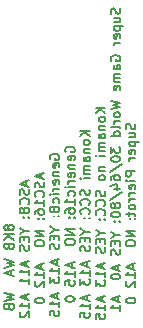
<source format=gbr>
%TF.GenerationSoftware,KiCad,Pcbnew,(6.0.2-0)*%
%TF.CreationDate,2022-04-21T10:57:23-07:00*%
%TF.ProjectId,megarom,6d656761-726f-46d2-9e6b-696361645f70,rev?*%
%TF.SameCoordinates,Original*%
%TF.FileFunction,Legend,Bot*%
%TF.FilePolarity,Positive*%
%FSLAX46Y46*%
G04 Gerber Fmt 4.6, Leading zero omitted, Abs format (unit mm)*
G04 Created by KiCad (PCBNEW (6.0.2-0)) date 2022-04-21 10:57:23*
%MOMM*%
%LPD*%
G01*
G04 APERTURE LIST*
%ADD10C,0.150000*%
G04 APERTURE END LIST*
D10*
X152181961Y-83470038D02*
X152143866Y-83393847D01*
X152105771Y-83355752D01*
X152029580Y-83317657D01*
X151991485Y-83317657D01*
X151915295Y-83355752D01*
X151877200Y-83393847D01*
X151839104Y-83470038D01*
X151839104Y-83622419D01*
X151877200Y-83698609D01*
X151915295Y-83736704D01*
X151991485Y-83774800D01*
X152029580Y-83774800D01*
X152105771Y-83736704D01*
X152143866Y-83698609D01*
X152181961Y-83622419D01*
X152181961Y-83470038D01*
X152220057Y-83393847D01*
X152258152Y-83355752D01*
X152334342Y-83317657D01*
X152486723Y-83317657D01*
X152562914Y-83355752D01*
X152601009Y-83393847D01*
X152639104Y-83470038D01*
X152639104Y-83622419D01*
X152601009Y-83698609D01*
X152562914Y-83736704D01*
X152486723Y-83774800D01*
X152334342Y-83774800D01*
X152258152Y-83736704D01*
X152220057Y-83698609D01*
X152181961Y-83622419D01*
X152639104Y-84117657D02*
X151839104Y-84117657D01*
X152639104Y-84574800D02*
X152181961Y-84231942D01*
X151839104Y-84574800D02*
X152296247Y-84117657D01*
X152220057Y-85184323D02*
X152258152Y-85298609D01*
X152296247Y-85336704D01*
X152372438Y-85374800D01*
X152486723Y-85374800D01*
X152562914Y-85336704D01*
X152601009Y-85298609D01*
X152639104Y-85222419D01*
X152639104Y-84917657D01*
X151839104Y-84917657D01*
X151839104Y-85184323D01*
X151877200Y-85260514D01*
X151915295Y-85298609D01*
X151991485Y-85336704D01*
X152067676Y-85336704D01*
X152143866Y-85298609D01*
X152181961Y-85260514D01*
X152220057Y-85184323D01*
X152220057Y-84917657D01*
X151839104Y-86250990D02*
X152639104Y-86441466D01*
X152067676Y-86593847D01*
X152639104Y-86746228D01*
X151839104Y-86936704D01*
X152410533Y-87203371D02*
X152410533Y-87584323D01*
X152639104Y-87127180D02*
X151839104Y-87393847D01*
X152639104Y-87660514D01*
X151839104Y-89070038D02*
X152639104Y-89260514D01*
X152067676Y-89412895D01*
X152639104Y-89565276D01*
X151839104Y-89755752D01*
X152220057Y-90327180D02*
X152258152Y-90441466D01*
X152296247Y-90479561D01*
X152372438Y-90517657D01*
X152486723Y-90517657D01*
X152562914Y-90479561D01*
X152601009Y-90441466D01*
X152639104Y-90365276D01*
X152639104Y-90060514D01*
X151839104Y-90060514D01*
X151839104Y-90327180D01*
X151877200Y-90403371D01*
X151915295Y-90441466D01*
X151991485Y-90479561D01*
X152067676Y-90479561D01*
X152143866Y-90441466D01*
X152181961Y-90403371D01*
X152220057Y-90327180D01*
X152220057Y-90060514D01*
X153698533Y-79641466D02*
X153698533Y-80022419D01*
X153927104Y-79565276D02*
X153127104Y-79831942D01*
X153927104Y-80098609D01*
X153889009Y-80327180D02*
X153927104Y-80441466D01*
X153927104Y-80631942D01*
X153889009Y-80708133D01*
X153850914Y-80746228D01*
X153774723Y-80784323D01*
X153698533Y-80784323D01*
X153622342Y-80746228D01*
X153584247Y-80708133D01*
X153546152Y-80631942D01*
X153508057Y-80479561D01*
X153469961Y-80403371D01*
X153431866Y-80365276D01*
X153355676Y-80327180D01*
X153279485Y-80327180D01*
X153203295Y-80365276D01*
X153165200Y-80403371D01*
X153127104Y-80479561D01*
X153127104Y-80670038D01*
X153165200Y-80784323D01*
X153850914Y-81584323D02*
X153889009Y-81546228D01*
X153927104Y-81431942D01*
X153927104Y-81355752D01*
X153889009Y-81241466D01*
X153812819Y-81165276D01*
X153736628Y-81127180D01*
X153584247Y-81089085D01*
X153469961Y-81089085D01*
X153317580Y-81127180D01*
X153241390Y-81165276D01*
X153165200Y-81241466D01*
X153127104Y-81355752D01*
X153127104Y-81431942D01*
X153165200Y-81546228D01*
X153203295Y-81584323D01*
X153469961Y-82041466D02*
X153431866Y-81965276D01*
X153393771Y-81927180D01*
X153317580Y-81889085D01*
X153279485Y-81889085D01*
X153203295Y-81927180D01*
X153165200Y-81965276D01*
X153127104Y-82041466D01*
X153127104Y-82193847D01*
X153165200Y-82270038D01*
X153203295Y-82308133D01*
X153279485Y-82346228D01*
X153317580Y-82346228D01*
X153393771Y-82308133D01*
X153431866Y-82270038D01*
X153469961Y-82193847D01*
X153469961Y-82041466D01*
X153508057Y-81965276D01*
X153546152Y-81927180D01*
X153622342Y-81889085D01*
X153774723Y-81889085D01*
X153850914Y-81927180D01*
X153889009Y-81965276D01*
X153927104Y-82041466D01*
X153927104Y-82193847D01*
X153889009Y-82270038D01*
X153850914Y-82308133D01*
X153774723Y-82346228D01*
X153622342Y-82346228D01*
X153546152Y-82308133D01*
X153508057Y-82270038D01*
X153469961Y-82193847D01*
X153850914Y-82689085D02*
X153889009Y-82727180D01*
X153927104Y-82689085D01*
X153889009Y-82650990D01*
X153850914Y-82689085D01*
X153927104Y-82689085D01*
X153431866Y-82689085D02*
X153469961Y-82727180D01*
X153508057Y-82689085D01*
X153469961Y-82650990D01*
X153431866Y-82689085D01*
X153508057Y-82689085D01*
X153546152Y-83831942D02*
X153927104Y-83831942D01*
X153127104Y-83565276D02*
X153546152Y-83831942D01*
X153127104Y-84098609D01*
X153508057Y-84365276D02*
X153508057Y-84631942D01*
X153927104Y-84746228D02*
X153927104Y-84365276D01*
X153127104Y-84365276D01*
X153127104Y-84746228D01*
X153889009Y-85050990D02*
X153927104Y-85165276D01*
X153927104Y-85355752D01*
X153889009Y-85431942D01*
X153850914Y-85470038D01*
X153774723Y-85508133D01*
X153698533Y-85508133D01*
X153622342Y-85470038D01*
X153584247Y-85431942D01*
X153546152Y-85355752D01*
X153508057Y-85203371D01*
X153469961Y-85127180D01*
X153431866Y-85089085D01*
X153355676Y-85050990D01*
X153279485Y-85050990D01*
X153203295Y-85089085D01*
X153165200Y-85127180D01*
X153127104Y-85203371D01*
X153127104Y-85393847D01*
X153165200Y-85508133D01*
X153698533Y-86422419D02*
X153698533Y-86803371D01*
X153927104Y-86346228D02*
X153127104Y-86612895D01*
X153927104Y-86879561D01*
X153927104Y-87565276D02*
X153927104Y-87108133D01*
X153927104Y-87336704D02*
X153127104Y-87336704D01*
X153241390Y-87260514D01*
X153317580Y-87184323D01*
X153355676Y-87108133D01*
X153927104Y-88327180D02*
X153927104Y-87870038D01*
X153927104Y-88098609D02*
X153127104Y-88098609D01*
X153241390Y-88022419D01*
X153317580Y-87946228D01*
X153355676Y-87870038D01*
X153698533Y-89241466D02*
X153698533Y-89622419D01*
X153927104Y-89165276D02*
X153127104Y-89431942D01*
X153927104Y-89698609D01*
X153927104Y-90384323D02*
X153927104Y-89927180D01*
X153927104Y-90155752D02*
X153127104Y-90155752D01*
X153241390Y-90079561D01*
X153317580Y-90003371D01*
X153355676Y-89927180D01*
X153203295Y-90689085D02*
X153165200Y-90727180D01*
X153127104Y-90803371D01*
X153127104Y-90993847D01*
X153165200Y-91070038D01*
X153203295Y-91108133D01*
X153279485Y-91146228D01*
X153355676Y-91146228D01*
X153469961Y-91108133D01*
X153927104Y-90650990D01*
X153927104Y-91146228D01*
X154986533Y-79012895D02*
X154986533Y-79393847D01*
X155215104Y-78936704D02*
X154415104Y-79203371D01*
X155215104Y-79470038D01*
X155177009Y-79698609D02*
X155215104Y-79812895D01*
X155215104Y-80003371D01*
X155177009Y-80079561D01*
X155138914Y-80117657D01*
X155062723Y-80155752D01*
X154986533Y-80155752D01*
X154910342Y-80117657D01*
X154872247Y-80079561D01*
X154834152Y-80003371D01*
X154796057Y-79850990D01*
X154757961Y-79774800D01*
X154719866Y-79736704D01*
X154643676Y-79698609D01*
X154567485Y-79698609D01*
X154491295Y-79736704D01*
X154453200Y-79774800D01*
X154415104Y-79850990D01*
X154415104Y-80041466D01*
X154453200Y-80155752D01*
X155138914Y-80955752D02*
X155177009Y-80917657D01*
X155215104Y-80803371D01*
X155215104Y-80727180D01*
X155177009Y-80612895D01*
X155100819Y-80536704D01*
X155024628Y-80498609D01*
X154872247Y-80460514D01*
X154757961Y-80460514D01*
X154605580Y-80498609D01*
X154529390Y-80536704D01*
X154453200Y-80612895D01*
X154415104Y-80727180D01*
X154415104Y-80803371D01*
X154453200Y-80917657D01*
X154491295Y-80955752D01*
X155215104Y-81717657D02*
X155215104Y-81260514D01*
X155215104Y-81489085D02*
X154415104Y-81489085D01*
X154529390Y-81412895D01*
X154605580Y-81336704D01*
X154643676Y-81260514D01*
X154415104Y-82403371D02*
X154415104Y-82250990D01*
X154453200Y-82174800D01*
X154491295Y-82136704D01*
X154605580Y-82060514D01*
X154757961Y-82022419D01*
X155062723Y-82022419D01*
X155138914Y-82060514D01*
X155177009Y-82098609D01*
X155215104Y-82174800D01*
X155215104Y-82327180D01*
X155177009Y-82403371D01*
X155138914Y-82441466D01*
X155062723Y-82479561D01*
X154872247Y-82479561D01*
X154796057Y-82441466D01*
X154757961Y-82403371D01*
X154719866Y-82327180D01*
X154719866Y-82174800D01*
X154757961Y-82098609D01*
X154796057Y-82060514D01*
X154872247Y-82022419D01*
X155138914Y-82822419D02*
X155177009Y-82860514D01*
X155215104Y-82822419D01*
X155177009Y-82784323D01*
X155138914Y-82822419D01*
X155215104Y-82822419D01*
X154719866Y-82822419D02*
X154757961Y-82860514D01*
X154796057Y-82822419D01*
X154757961Y-82784323D01*
X154719866Y-82822419D01*
X154796057Y-82822419D01*
X155215104Y-83812895D02*
X154415104Y-83812895D01*
X155215104Y-84270038D01*
X154415104Y-84270038D01*
X154415104Y-84803371D02*
X154415104Y-84955752D01*
X154453200Y-85031942D01*
X154529390Y-85108133D01*
X154681771Y-85146228D01*
X154948438Y-85146228D01*
X155100819Y-85108133D01*
X155177009Y-85031942D01*
X155215104Y-84955752D01*
X155215104Y-84803371D01*
X155177009Y-84727180D01*
X155100819Y-84650990D01*
X154948438Y-84612895D01*
X154681771Y-84612895D01*
X154529390Y-84650990D01*
X154453200Y-84727180D01*
X154415104Y-84803371D01*
X154986533Y-86670038D02*
X154986533Y-87050990D01*
X155215104Y-86593847D02*
X154415104Y-86860514D01*
X155215104Y-87127180D01*
X155215104Y-87812895D02*
X155215104Y-87355752D01*
X155215104Y-87584323D02*
X154415104Y-87584323D01*
X154529390Y-87508133D01*
X154605580Y-87431942D01*
X154643676Y-87355752D01*
X154491295Y-88117657D02*
X154453200Y-88155752D01*
X154415104Y-88231942D01*
X154415104Y-88422419D01*
X154453200Y-88498609D01*
X154491295Y-88536704D01*
X154567485Y-88574800D01*
X154643676Y-88574800D01*
X154757961Y-88536704D01*
X155215104Y-88079561D01*
X155215104Y-88574800D01*
X154415104Y-89679561D02*
X154415104Y-89755752D01*
X154453200Y-89831942D01*
X154491295Y-89870038D01*
X154567485Y-89908133D01*
X154719866Y-89946228D01*
X154910342Y-89946228D01*
X155062723Y-89908133D01*
X155138914Y-89870038D01*
X155177009Y-89831942D01*
X155215104Y-89755752D01*
X155215104Y-89679561D01*
X155177009Y-89603371D01*
X155138914Y-89565276D01*
X155062723Y-89527180D01*
X154910342Y-89489085D01*
X154719866Y-89489085D01*
X154567485Y-89527180D01*
X154491295Y-89565276D01*
X154453200Y-89603371D01*
X154415104Y-89679561D01*
X155741200Y-77774800D02*
X155703104Y-77698609D01*
X155703104Y-77584323D01*
X155741200Y-77470038D01*
X155817390Y-77393847D01*
X155893580Y-77355752D01*
X156045961Y-77317657D01*
X156160247Y-77317657D01*
X156312628Y-77355752D01*
X156388819Y-77393847D01*
X156465009Y-77470038D01*
X156503104Y-77584323D01*
X156503104Y-77660514D01*
X156465009Y-77774800D01*
X156426914Y-77812895D01*
X156160247Y-77812895D01*
X156160247Y-77660514D01*
X156465009Y-78460514D02*
X156503104Y-78384323D01*
X156503104Y-78231942D01*
X156465009Y-78155752D01*
X156388819Y-78117657D01*
X156084057Y-78117657D01*
X156007866Y-78155752D01*
X155969771Y-78231942D01*
X155969771Y-78384323D01*
X156007866Y-78460514D01*
X156084057Y-78498609D01*
X156160247Y-78498609D01*
X156236438Y-78117657D01*
X155969771Y-78841466D02*
X156503104Y-78841466D01*
X156045961Y-78841466D02*
X156007866Y-78879561D01*
X155969771Y-78955752D01*
X155969771Y-79070038D01*
X156007866Y-79146228D01*
X156084057Y-79184323D01*
X156503104Y-79184323D01*
X156465009Y-79870038D02*
X156503104Y-79793847D01*
X156503104Y-79641466D01*
X156465009Y-79565276D01*
X156388819Y-79527180D01*
X156084057Y-79527180D01*
X156007866Y-79565276D01*
X155969771Y-79641466D01*
X155969771Y-79793847D01*
X156007866Y-79870038D01*
X156084057Y-79908133D01*
X156160247Y-79908133D01*
X156236438Y-79527180D01*
X156503104Y-80250990D02*
X155969771Y-80250990D01*
X156122152Y-80250990D02*
X156045961Y-80289085D01*
X156007866Y-80327180D01*
X155969771Y-80403371D01*
X155969771Y-80479561D01*
X156503104Y-80746228D02*
X155969771Y-80746228D01*
X155703104Y-80746228D02*
X155741200Y-80708133D01*
X155779295Y-80746228D01*
X155741200Y-80784323D01*
X155703104Y-80746228D01*
X155779295Y-80746228D01*
X156465009Y-81470038D02*
X156503104Y-81393847D01*
X156503104Y-81241466D01*
X156465009Y-81165276D01*
X156426914Y-81127180D01*
X156350723Y-81089085D01*
X156122152Y-81089085D01*
X156045961Y-81127180D01*
X156007866Y-81165276D01*
X155969771Y-81241466D01*
X155969771Y-81393847D01*
X156007866Y-81470038D01*
X156045961Y-81927180D02*
X156007866Y-81850990D01*
X155969771Y-81812895D01*
X155893580Y-81774800D01*
X155855485Y-81774800D01*
X155779295Y-81812895D01*
X155741200Y-81850990D01*
X155703104Y-81927180D01*
X155703104Y-82079561D01*
X155741200Y-82155752D01*
X155779295Y-82193847D01*
X155855485Y-82231942D01*
X155893580Y-82231942D01*
X155969771Y-82193847D01*
X156007866Y-82155752D01*
X156045961Y-82079561D01*
X156045961Y-81927180D01*
X156084057Y-81850990D01*
X156122152Y-81812895D01*
X156198342Y-81774800D01*
X156350723Y-81774800D01*
X156426914Y-81812895D01*
X156465009Y-81850990D01*
X156503104Y-81927180D01*
X156503104Y-82079561D01*
X156465009Y-82155752D01*
X156426914Y-82193847D01*
X156350723Y-82231942D01*
X156198342Y-82231942D01*
X156122152Y-82193847D01*
X156084057Y-82155752D01*
X156045961Y-82079561D01*
X156426914Y-82574800D02*
X156465009Y-82612895D01*
X156503104Y-82574800D01*
X156465009Y-82536704D01*
X156426914Y-82574800D01*
X156503104Y-82574800D01*
X156007866Y-82574800D02*
X156045961Y-82612895D01*
X156084057Y-82574800D01*
X156045961Y-82536704D01*
X156007866Y-82574800D01*
X156084057Y-82574800D01*
X156122152Y-83717657D02*
X156503104Y-83717657D01*
X155703104Y-83450990D02*
X156122152Y-83717657D01*
X155703104Y-83984323D01*
X156084057Y-84250990D02*
X156084057Y-84517657D01*
X156503104Y-84631942D02*
X156503104Y-84250990D01*
X155703104Y-84250990D01*
X155703104Y-84631942D01*
X156465009Y-84936704D02*
X156503104Y-85050990D01*
X156503104Y-85241466D01*
X156465009Y-85317657D01*
X156426914Y-85355752D01*
X156350723Y-85393847D01*
X156274533Y-85393847D01*
X156198342Y-85355752D01*
X156160247Y-85317657D01*
X156122152Y-85241466D01*
X156084057Y-85089085D01*
X156045961Y-85012895D01*
X156007866Y-84974800D01*
X155931676Y-84936704D01*
X155855485Y-84936704D01*
X155779295Y-84974800D01*
X155741200Y-85012895D01*
X155703104Y-85089085D01*
X155703104Y-85279561D01*
X155741200Y-85393847D01*
X156274533Y-86308133D02*
X156274533Y-86689085D01*
X156503104Y-86231942D02*
X155703104Y-86498609D01*
X156503104Y-86765276D01*
X156503104Y-87450990D02*
X156503104Y-86993847D01*
X156503104Y-87222419D02*
X155703104Y-87222419D01*
X155817390Y-87146228D01*
X155893580Y-87070038D01*
X155931676Y-86993847D01*
X155703104Y-87717657D02*
X155703104Y-88212895D01*
X156007866Y-87946228D01*
X156007866Y-88060514D01*
X156045961Y-88136704D01*
X156084057Y-88174800D01*
X156160247Y-88212895D01*
X156350723Y-88212895D01*
X156426914Y-88174800D01*
X156465009Y-88136704D01*
X156503104Y-88060514D01*
X156503104Y-87831942D01*
X156465009Y-87755752D01*
X156426914Y-87717657D01*
X156274533Y-89127180D02*
X156274533Y-89508133D01*
X156503104Y-89050990D02*
X155703104Y-89317657D01*
X156503104Y-89584323D01*
X156503104Y-90270038D02*
X156503104Y-89812895D01*
X156503104Y-90041466D02*
X155703104Y-90041466D01*
X155817390Y-89965276D01*
X155893580Y-89889085D01*
X155931676Y-89812895D01*
X155703104Y-90993847D02*
X155703104Y-90612895D01*
X156084057Y-90574800D01*
X156045961Y-90612895D01*
X156007866Y-90689085D01*
X156007866Y-90879561D01*
X156045961Y-90955752D01*
X156084057Y-90993847D01*
X156160247Y-91031942D01*
X156350723Y-91031942D01*
X156426914Y-90993847D01*
X156465009Y-90955752D01*
X156503104Y-90879561D01*
X156503104Y-90689085D01*
X156465009Y-90612895D01*
X156426914Y-90574800D01*
X157029200Y-77146228D02*
X156991104Y-77070038D01*
X156991104Y-76955752D01*
X157029200Y-76841466D01*
X157105390Y-76765276D01*
X157181580Y-76727180D01*
X157333961Y-76689085D01*
X157448247Y-76689085D01*
X157600628Y-76727180D01*
X157676819Y-76765276D01*
X157753009Y-76841466D01*
X157791104Y-76955752D01*
X157791104Y-77031942D01*
X157753009Y-77146228D01*
X157714914Y-77184323D01*
X157448247Y-77184323D01*
X157448247Y-77031942D01*
X157753009Y-77831942D02*
X157791104Y-77755752D01*
X157791104Y-77603371D01*
X157753009Y-77527180D01*
X157676819Y-77489085D01*
X157372057Y-77489085D01*
X157295866Y-77527180D01*
X157257771Y-77603371D01*
X157257771Y-77755752D01*
X157295866Y-77831942D01*
X157372057Y-77870038D01*
X157448247Y-77870038D01*
X157524438Y-77489085D01*
X157257771Y-78212895D02*
X157791104Y-78212895D01*
X157333961Y-78212895D02*
X157295866Y-78250990D01*
X157257771Y-78327180D01*
X157257771Y-78441466D01*
X157295866Y-78517657D01*
X157372057Y-78555752D01*
X157791104Y-78555752D01*
X157753009Y-79241466D02*
X157791104Y-79165276D01*
X157791104Y-79012895D01*
X157753009Y-78936704D01*
X157676819Y-78898609D01*
X157372057Y-78898609D01*
X157295866Y-78936704D01*
X157257771Y-79012895D01*
X157257771Y-79165276D01*
X157295866Y-79241466D01*
X157372057Y-79279561D01*
X157448247Y-79279561D01*
X157524438Y-78898609D01*
X157791104Y-79622419D02*
X157257771Y-79622419D01*
X157410152Y-79622419D02*
X157333961Y-79660514D01*
X157295866Y-79698609D01*
X157257771Y-79774800D01*
X157257771Y-79850990D01*
X157791104Y-80117657D02*
X157257771Y-80117657D01*
X156991104Y-80117657D02*
X157029200Y-80079561D01*
X157067295Y-80117657D01*
X157029200Y-80155752D01*
X156991104Y-80117657D01*
X157067295Y-80117657D01*
X157753009Y-80841466D02*
X157791104Y-80765276D01*
X157791104Y-80612895D01*
X157753009Y-80536704D01*
X157714914Y-80498609D01*
X157638723Y-80460514D01*
X157410152Y-80460514D01*
X157333961Y-80498609D01*
X157295866Y-80536704D01*
X157257771Y-80612895D01*
X157257771Y-80765276D01*
X157295866Y-80841466D01*
X157791104Y-81603371D02*
X157791104Y-81146228D01*
X157791104Y-81374800D02*
X156991104Y-81374800D01*
X157105390Y-81298609D01*
X157181580Y-81222419D01*
X157219676Y-81146228D01*
X156991104Y-82289085D02*
X156991104Y-82136704D01*
X157029200Y-82060514D01*
X157067295Y-82022419D01*
X157181580Y-81946228D01*
X157333961Y-81908133D01*
X157638723Y-81908133D01*
X157714914Y-81946228D01*
X157753009Y-81984323D01*
X157791104Y-82060514D01*
X157791104Y-82212895D01*
X157753009Y-82289085D01*
X157714914Y-82327180D01*
X157638723Y-82365276D01*
X157448247Y-82365276D01*
X157372057Y-82327180D01*
X157333961Y-82289085D01*
X157295866Y-82212895D01*
X157295866Y-82060514D01*
X157333961Y-81984323D01*
X157372057Y-81946228D01*
X157448247Y-81908133D01*
X157714914Y-82708133D02*
X157753009Y-82746228D01*
X157791104Y-82708133D01*
X157753009Y-82670038D01*
X157714914Y-82708133D01*
X157791104Y-82708133D01*
X157295866Y-82708133D02*
X157333961Y-82746228D01*
X157372057Y-82708133D01*
X157333961Y-82670038D01*
X157295866Y-82708133D01*
X157372057Y-82708133D01*
X157791104Y-83698609D02*
X156991104Y-83698609D01*
X157791104Y-84155752D01*
X156991104Y-84155752D01*
X156991104Y-84689085D02*
X156991104Y-84841466D01*
X157029200Y-84917657D01*
X157105390Y-84993847D01*
X157257771Y-85031942D01*
X157524438Y-85031942D01*
X157676819Y-84993847D01*
X157753009Y-84917657D01*
X157791104Y-84841466D01*
X157791104Y-84689085D01*
X157753009Y-84612895D01*
X157676819Y-84536704D01*
X157524438Y-84498609D01*
X157257771Y-84498609D01*
X157105390Y-84536704D01*
X157029200Y-84612895D01*
X156991104Y-84689085D01*
X157562533Y-86555752D02*
X157562533Y-86936704D01*
X157791104Y-86479561D02*
X156991104Y-86746228D01*
X157791104Y-87012895D01*
X157791104Y-87698609D02*
X157791104Y-87241466D01*
X157791104Y-87470038D02*
X156991104Y-87470038D01*
X157105390Y-87393847D01*
X157181580Y-87317657D01*
X157219676Y-87241466D01*
X156991104Y-88422419D02*
X156991104Y-88041466D01*
X157372057Y-88003371D01*
X157333961Y-88041466D01*
X157295866Y-88117657D01*
X157295866Y-88308133D01*
X157333961Y-88384323D01*
X157372057Y-88422419D01*
X157448247Y-88460514D01*
X157638723Y-88460514D01*
X157714914Y-88422419D01*
X157753009Y-88384323D01*
X157791104Y-88308133D01*
X157791104Y-88117657D01*
X157753009Y-88041466D01*
X157714914Y-88003371D01*
X156991104Y-89565276D02*
X156991104Y-89641466D01*
X157029200Y-89717657D01*
X157067295Y-89755752D01*
X157143485Y-89793847D01*
X157295866Y-89831942D01*
X157486342Y-89831942D01*
X157638723Y-89793847D01*
X157714914Y-89755752D01*
X157753009Y-89717657D01*
X157791104Y-89641466D01*
X157791104Y-89565276D01*
X157753009Y-89489085D01*
X157714914Y-89450990D01*
X157638723Y-89412895D01*
X157486342Y-89374800D01*
X157295866Y-89374800D01*
X157143485Y-89412895D01*
X157067295Y-89450990D01*
X157029200Y-89489085D01*
X156991104Y-89565276D01*
X159079104Y-75355752D02*
X158279104Y-75355752D01*
X159079104Y-75812895D02*
X158621961Y-75470038D01*
X158279104Y-75812895D02*
X158736247Y-75355752D01*
X159079104Y-76270038D02*
X159041009Y-76193847D01*
X159002914Y-76155752D01*
X158926723Y-76117657D01*
X158698152Y-76117657D01*
X158621961Y-76155752D01*
X158583866Y-76193847D01*
X158545771Y-76270038D01*
X158545771Y-76384323D01*
X158583866Y-76460514D01*
X158621961Y-76498609D01*
X158698152Y-76536704D01*
X158926723Y-76536704D01*
X159002914Y-76498609D01*
X159041009Y-76460514D01*
X159079104Y-76384323D01*
X159079104Y-76270038D01*
X158545771Y-76879561D02*
X159079104Y-76879561D01*
X158621961Y-76879561D02*
X158583866Y-76917657D01*
X158545771Y-76993847D01*
X158545771Y-77108133D01*
X158583866Y-77184323D01*
X158660057Y-77222419D01*
X159079104Y-77222419D01*
X159079104Y-77946228D02*
X158660057Y-77946228D01*
X158583866Y-77908133D01*
X158545771Y-77831942D01*
X158545771Y-77679561D01*
X158583866Y-77603371D01*
X159041009Y-77946228D02*
X159079104Y-77870038D01*
X159079104Y-77679561D01*
X159041009Y-77603371D01*
X158964819Y-77565276D01*
X158888628Y-77565276D01*
X158812438Y-77603371D01*
X158774342Y-77679561D01*
X158774342Y-77870038D01*
X158736247Y-77946228D01*
X159079104Y-78327180D02*
X158545771Y-78327180D01*
X158621961Y-78327180D02*
X158583866Y-78365276D01*
X158545771Y-78441466D01*
X158545771Y-78555752D01*
X158583866Y-78631942D01*
X158660057Y-78670038D01*
X159079104Y-78670038D01*
X158660057Y-78670038D02*
X158583866Y-78708133D01*
X158545771Y-78784323D01*
X158545771Y-78898609D01*
X158583866Y-78974800D01*
X158660057Y-79012895D01*
X159079104Y-79012895D01*
X159079104Y-79393847D02*
X158545771Y-79393847D01*
X158279104Y-79393847D02*
X158317200Y-79355752D01*
X158355295Y-79393847D01*
X158317200Y-79431942D01*
X158279104Y-79393847D01*
X158355295Y-79393847D01*
X159041009Y-80346228D02*
X159079104Y-80460514D01*
X159079104Y-80650990D01*
X159041009Y-80727180D01*
X159002914Y-80765276D01*
X158926723Y-80803371D01*
X158850533Y-80803371D01*
X158774342Y-80765276D01*
X158736247Y-80727180D01*
X158698152Y-80650990D01*
X158660057Y-80498609D01*
X158621961Y-80422419D01*
X158583866Y-80384323D01*
X158507676Y-80346228D01*
X158431485Y-80346228D01*
X158355295Y-80384323D01*
X158317200Y-80422419D01*
X158279104Y-80498609D01*
X158279104Y-80689085D01*
X158317200Y-80803371D01*
X159002914Y-81603371D02*
X159041009Y-81565276D01*
X159079104Y-81450990D01*
X159079104Y-81374800D01*
X159041009Y-81260514D01*
X158964819Y-81184323D01*
X158888628Y-81146228D01*
X158736247Y-81108133D01*
X158621961Y-81108133D01*
X158469580Y-81146228D01*
X158393390Y-81184323D01*
X158317200Y-81260514D01*
X158279104Y-81374800D01*
X158279104Y-81450990D01*
X158317200Y-81565276D01*
X158355295Y-81603371D01*
X159002914Y-82403371D02*
X159041009Y-82365276D01*
X159079104Y-82250990D01*
X159079104Y-82174800D01*
X159041009Y-82060514D01*
X158964819Y-81984323D01*
X158888628Y-81946228D01*
X158736247Y-81908133D01*
X158621961Y-81908133D01*
X158469580Y-81946228D01*
X158393390Y-81984323D01*
X158317200Y-82060514D01*
X158279104Y-82174800D01*
X158279104Y-82250990D01*
X158317200Y-82365276D01*
X158355295Y-82403371D01*
X159002914Y-82746228D02*
X159041009Y-82784323D01*
X159079104Y-82746228D01*
X159041009Y-82708133D01*
X159002914Y-82746228D01*
X159079104Y-82746228D01*
X158583866Y-82746228D02*
X158621961Y-82784323D01*
X158660057Y-82746228D01*
X158621961Y-82708133D01*
X158583866Y-82746228D01*
X158660057Y-82746228D01*
X158698152Y-83889085D02*
X159079104Y-83889085D01*
X158279104Y-83622419D02*
X158698152Y-83889085D01*
X158279104Y-84155752D01*
X158660057Y-84422419D02*
X158660057Y-84689085D01*
X159079104Y-84803371D02*
X159079104Y-84422419D01*
X158279104Y-84422419D01*
X158279104Y-84803371D01*
X159041009Y-85108133D02*
X159079104Y-85222419D01*
X159079104Y-85412895D01*
X159041009Y-85489085D01*
X159002914Y-85527180D01*
X158926723Y-85565276D01*
X158850533Y-85565276D01*
X158774342Y-85527180D01*
X158736247Y-85489085D01*
X158698152Y-85412895D01*
X158660057Y-85260514D01*
X158621961Y-85184323D01*
X158583866Y-85146228D01*
X158507676Y-85108133D01*
X158431485Y-85108133D01*
X158355295Y-85146228D01*
X158317200Y-85184323D01*
X158279104Y-85260514D01*
X158279104Y-85450990D01*
X158317200Y-85565276D01*
X158850533Y-86479561D02*
X158850533Y-86860514D01*
X159079104Y-86403371D02*
X158279104Y-86670038D01*
X159079104Y-86936704D01*
X159079104Y-87622419D02*
X159079104Y-87165276D01*
X159079104Y-87393847D02*
X158279104Y-87393847D01*
X158393390Y-87317657D01*
X158469580Y-87241466D01*
X158507676Y-87165276D01*
X158279104Y-87889085D02*
X158279104Y-88384323D01*
X158583866Y-88117657D01*
X158583866Y-88231942D01*
X158621961Y-88308133D01*
X158660057Y-88346228D01*
X158736247Y-88384323D01*
X158926723Y-88384323D01*
X159002914Y-88346228D01*
X159041009Y-88308133D01*
X159079104Y-88231942D01*
X159079104Y-88003371D01*
X159041009Y-87927180D01*
X159002914Y-87889085D01*
X158850533Y-89298609D02*
X158850533Y-89679561D01*
X159079104Y-89222419D02*
X158279104Y-89489085D01*
X159079104Y-89755752D01*
X159079104Y-90441466D02*
X159079104Y-89984323D01*
X159079104Y-90212895D02*
X158279104Y-90212895D01*
X158393390Y-90136704D01*
X158469580Y-90060514D01*
X158507676Y-89984323D01*
X158279104Y-91165276D02*
X158279104Y-90784323D01*
X158660057Y-90746228D01*
X158621961Y-90784323D01*
X158583866Y-90860514D01*
X158583866Y-91050990D01*
X158621961Y-91127180D01*
X158660057Y-91165276D01*
X158736247Y-91203371D01*
X158926723Y-91203371D01*
X159002914Y-91165276D01*
X159041009Y-91127180D01*
X159079104Y-91050990D01*
X159079104Y-90860514D01*
X159041009Y-90784323D01*
X159002914Y-90746228D01*
X160367104Y-73412895D02*
X159567104Y-73412895D01*
X160367104Y-73870038D02*
X159909961Y-73527180D01*
X159567104Y-73870038D02*
X160024247Y-73412895D01*
X160367104Y-74327180D02*
X160329009Y-74250990D01*
X160290914Y-74212895D01*
X160214723Y-74174800D01*
X159986152Y-74174800D01*
X159909961Y-74212895D01*
X159871866Y-74250990D01*
X159833771Y-74327180D01*
X159833771Y-74441466D01*
X159871866Y-74517657D01*
X159909961Y-74555752D01*
X159986152Y-74593847D01*
X160214723Y-74593847D01*
X160290914Y-74555752D01*
X160329009Y-74517657D01*
X160367104Y-74441466D01*
X160367104Y-74327180D01*
X159833771Y-74936704D02*
X160367104Y-74936704D01*
X159909961Y-74936704D02*
X159871866Y-74974800D01*
X159833771Y-75050990D01*
X159833771Y-75165276D01*
X159871866Y-75241466D01*
X159948057Y-75279561D01*
X160367104Y-75279561D01*
X160367104Y-76003371D02*
X159948057Y-76003371D01*
X159871866Y-75965276D01*
X159833771Y-75889085D01*
X159833771Y-75736704D01*
X159871866Y-75660514D01*
X160329009Y-76003371D02*
X160367104Y-75927180D01*
X160367104Y-75736704D01*
X160329009Y-75660514D01*
X160252819Y-75622419D01*
X160176628Y-75622419D01*
X160100438Y-75660514D01*
X160062342Y-75736704D01*
X160062342Y-75927180D01*
X160024247Y-76003371D01*
X160367104Y-76384323D02*
X159833771Y-76384323D01*
X159909961Y-76384323D02*
X159871866Y-76422419D01*
X159833771Y-76498609D01*
X159833771Y-76612895D01*
X159871866Y-76689085D01*
X159948057Y-76727180D01*
X160367104Y-76727180D01*
X159948057Y-76727180D02*
X159871866Y-76765276D01*
X159833771Y-76841466D01*
X159833771Y-76955752D01*
X159871866Y-77031942D01*
X159948057Y-77070038D01*
X160367104Y-77070038D01*
X160367104Y-77450990D02*
X159833771Y-77450990D01*
X159567104Y-77450990D02*
X159605200Y-77412895D01*
X159643295Y-77450990D01*
X159605200Y-77489085D01*
X159567104Y-77450990D01*
X159643295Y-77450990D01*
X159833771Y-78441466D02*
X160367104Y-78441466D01*
X159909961Y-78441466D02*
X159871866Y-78479561D01*
X159833771Y-78555752D01*
X159833771Y-78670038D01*
X159871866Y-78746228D01*
X159948057Y-78784323D01*
X160367104Y-78784323D01*
X160367104Y-79279561D02*
X160329009Y-79203371D01*
X160290914Y-79165276D01*
X160214723Y-79127180D01*
X159986152Y-79127180D01*
X159909961Y-79165276D01*
X159871866Y-79203371D01*
X159833771Y-79279561D01*
X159833771Y-79393847D01*
X159871866Y-79470038D01*
X159909961Y-79508133D01*
X159986152Y-79546228D01*
X160214723Y-79546228D01*
X160290914Y-79508133D01*
X160329009Y-79470038D01*
X160367104Y-79393847D01*
X160367104Y-79279561D01*
X160329009Y-80460514D02*
X160367104Y-80574800D01*
X160367104Y-80765276D01*
X160329009Y-80841466D01*
X160290914Y-80879561D01*
X160214723Y-80917657D01*
X160138533Y-80917657D01*
X160062342Y-80879561D01*
X160024247Y-80841466D01*
X159986152Y-80765276D01*
X159948057Y-80612895D01*
X159909961Y-80536704D01*
X159871866Y-80498609D01*
X159795676Y-80460514D01*
X159719485Y-80460514D01*
X159643295Y-80498609D01*
X159605200Y-80536704D01*
X159567104Y-80612895D01*
X159567104Y-80803371D01*
X159605200Y-80917657D01*
X160290914Y-81717657D02*
X160329009Y-81679561D01*
X160367104Y-81565276D01*
X160367104Y-81489085D01*
X160329009Y-81374800D01*
X160252819Y-81298609D01*
X160176628Y-81260514D01*
X160024247Y-81222419D01*
X159909961Y-81222419D01*
X159757580Y-81260514D01*
X159681390Y-81298609D01*
X159605200Y-81374800D01*
X159567104Y-81489085D01*
X159567104Y-81565276D01*
X159605200Y-81679561D01*
X159643295Y-81717657D01*
X160290914Y-82517657D02*
X160329009Y-82479561D01*
X160367104Y-82365276D01*
X160367104Y-82289085D01*
X160329009Y-82174800D01*
X160252819Y-82098609D01*
X160176628Y-82060514D01*
X160024247Y-82022419D01*
X159909961Y-82022419D01*
X159757580Y-82060514D01*
X159681390Y-82098609D01*
X159605200Y-82174800D01*
X159567104Y-82289085D01*
X159567104Y-82365276D01*
X159605200Y-82479561D01*
X159643295Y-82517657D01*
X160290914Y-82860514D02*
X160329009Y-82898609D01*
X160367104Y-82860514D01*
X160329009Y-82822419D01*
X160290914Y-82860514D01*
X160367104Y-82860514D01*
X159871866Y-82860514D02*
X159909961Y-82898609D01*
X159948057Y-82860514D01*
X159909961Y-82822419D01*
X159871866Y-82860514D01*
X159948057Y-82860514D01*
X159986152Y-84003371D02*
X160367104Y-84003371D01*
X159567104Y-83736704D02*
X159986152Y-84003371D01*
X159567104Y-84270038D01*
X159948057Y-84536704D02*
X159948057Y-84803371D01*
X160367104Y-84917657D02*
X160367104Y-84536704D01*
X159567104Y-84536704D01*
X159567104Y-84917657D01*
X160329009Y-85222419D02*
X160367104Y-85336704D01*
X160367104Y-85527180D01*
X160329009Y-85603371D01*
X160290914Y-85641466D01*
X160214723Y-85679561D01*
X160138533Y-85679561D01*
X160062342Y-85641466D01*
X160024247Y-85603371D01*
X159986152Y-85527180D01*
X159948057Y-85374800D01*
X159909961Y-85298609D01*
X159871866Y-85260514D01*
X159795676Y-85222419D01*
X159719485Y-85222419D01*
X159643295Y-85260514D01*
X159605200Y-85298609D01*
X159567104Y-85374800D01*
X159567104Y-85565276D01*
X159605200Y-85679561D01*
X160138533Y-86593847D02*
X160138533Y-86974800D01*
X160367104Y-86517657D02*
X159567104Y-86784323D01*
X160367104Y-87050990D01*
X160367104Y-87736704D02*
X160367104Y-87279561D01*
X160367104Y-87508133D02*
X159567104Y-87508133D01*
X159681390Y-87431942D01*
X159757580Y-87355752D01*
X159795676Y-87279561D01*
X159567104Y-88003371D02*
X159567104Y-88498609D01*
X159871866Y-88231942D01*
X159871866Y-88346228D01*
X159909961Y-88422419D01*
X159948057Y-88460514D01*
X160024247Y-88498609D01*
X160214723Y-88498609D01*
X160290914Y-88460514D01*
X160329009Y-88422419D01*
X160367104Y-88346228D01*
X160367104Y-88117657D01*
X160329009Y-88041466D01*
X160290914Y-88003371D01*
X160138533Y-89412895D02*
X160138533Y-89793847D01*
X160367104Y-89336704D02*
X159567104Y-89603371D01*
X160367104Y-89870038D01*
X160367104Y-90555752D02*
X160367104Y-90098609D01*
X160367104Y-90327180D02*
X159567104Y-90327180D01*
X159681390Y-90250990D01*
X159757580Y-90174800D01*
X159795676Y-90098609D01*
X159567104Y-91279561D02*
X159567104Y-90898609D01*
X159948057Y-90860514D01*
X159909961Y-90898609D01*
X159871866Y-90974800D01*
X159871866Y-91165276D01*
X159909961Y-91241466D01*
X159948057Y-91279561D01*
X160024247Y-91317657D01*
X160214723Y-91317657D01*
X160290914Y-91279561D01*
X160329009Y-91241466D01*
X160367104Y-91165276D01*
X160367104Y-90974800D01*
X160329009Y-90898609D01*
X160290914Y-90860514D01*
X161617009Y-64974800D02*
X161655104Y-65089085D01*
X161655104Y-65279561D01*
X161617009Y-65355752D01*
X161578914Y-65393847D01*
X161502723Y-65431942D01*
X161426533Y-65431942D01*
X161350342Y-65393847D01*
X161312247Y-65355752D01*
X161274152Y-65279561D01*
X161236057Y-65127180D01*
X161197961Y-65050990D01*
X161159866Y-65012895D01*
X161083676Y-64974800D01*
X161007485Y-64974800D01*
X160931295Y-65012895D01*
X160893200Y-65050990D01*
X160855104Y-65127180D01*
X160855104Y-65317657D01*
X160893200Y-65431942D01*
X161121771Y-66117657D02*
X161655104Y-66117657D01*
X161121771Y-65774800D02*
X161540819Y-65774800D01*
X161617009Y-65812895D01*
X161655104Y-65889085D01*
X161655104Y-66003371D01*
X161617009Y-66079561D01*
X161578914Y-66117657D01*
X161121771Y-66498609D02*
X161921771Y-66498609D01*
X161159866Y-66498609D02*
X161121771Y-66574800D01*
X161121771Y-66727180D01*
X161159866Y-66803371D01*
X161197961Y-66841466D01*
X161274152Y-66879561D01*
X161502723Y-66879561D01*
X161578914Y-66841466D01*
X161617009Y-66803371D01*
X161655104Y-66727180D01*
X161655104Y-66574800D01*
X161617009Y-66498609D01*
X161617009Y-67527180D02*
X161655104Y-67450990D01*
X161655104Y-67298609D01*
X161617009Y-67222419D01*
X161540819Y-67184323D01*
X161236057Y-67184323D01*
X161159866Y-67222419D01*
X161121771Y-67298609D01*
X161121771Y-67450990D01*
X161159866Y-67527180D01*
X161236057Y-67565276D01*
X161312247Y-67565276D01*
X161388438Y-67184323D01*
X161655104Y-67908133D02*
X161121771Y-67908133D01*
X161274152Y-67908133D02*
X161197961Y-67946228D01*
X161159866Y-67984323D01*
X161121771Y-68060514D01*
X161121771Y-68136704D01*
X160893200Y-69431942D02*
X160855104Y-69355752D01*
X160855104Y-69241466D01*
X160893200Y-69127180D01*
X160969390Y-69050990D01*
X161045580Y-69012895D01*
X161197961Y-68974800D01*
X161312247Y-68974800D01*
X161464628Y-69012895D01*
X161540819Y-69050990D01*
X161617009Y-69127180D01*
X161655104Y-69241466D01*
X161655104Y-69317657D01*
X161617009Y-69431942D01*
X161578914Y-69470038D01*
X161312247Y-69470038D01*
X161312247Y-69317657D01*
X161655104Y-70155752D02*
X161236057Y-70155752D01*
X161159866Y-70117657D01*
X161121771Y-70041466D01*
X161121771Y-69889085D01*
X161159866Y-69812895D01*
X161617009Y-70155752D02*
X161655104Y-70079561D01*
X161655104Y-69889085D01*
X161617009Y-69812895D01*
X161540819Y-69774800D01*
X161464628Y-69774800D01*
X161388438Y-69812895D01*
X161350342Y-69889085D01*
X161350342Y-70079561D01*
X161312247Y-70155752D01*
X161655104Y-70536704D02*
X161121771Y-70536704D01*
X161197961Y-70536704D02*
X161159866Y-70574800D01*
X161121771Y-70650990D01*
X161121771Y-70765276D01*
X161159866Y-70841466D01*
X161236057Y-70879561D01*
X161655104Y-70879561D01*
X161236057Y-70879561D02*
X161159866Y-70917657D01*
X161121771Y-70993847D01*
X161121771Y-71108133D01*
X161159866Y-71184323D01*
X161236057Y-71222419D01*
X161655104Y-71222419D01*
X161617009Y-71908133D02*
X161655104Y-71831942D01*
X161655104Y-71679561D01*
X161617009Y-71603371D01*
X161540819Y-71565276D01*
X161236057Y-71565276D01*
X161159866Y-71603371D01*
X161121771Y-71679561D01*
X161121771Y-71831942D01*
X161159866Y-71908133D01*
X161236057Y-71946228D01*
X161312247Y-71946228D01*
X161388438Y-71565276D01*
X160855104Y-72822419D02*
X161655104Y-73012895D01*
X161083676Y-73165276D01*
X161655104Y-73317657D01*
X160855104Y-73508133D01*
X161655104Y-73927180D02*
X161617009Y-73850990D01*
X161578914Y-73812895D01*
X161502723Y-73774800D01*
X161274152Y-73774800D01*
X161197961Y-73812895D01*
X161159866Y-73850990D01*
X161121771Y-73927180D01*
X161121771Y-74041466D01*
X161159866Y-74117657D01*
X161197961Y-74155752D01*
X161274152Y-74193847D01*
X161502723Y-74193847D01*
X161578914Y-74155752D01*
X161617009Y-74117657D01*
X161655104Y-74041466D01*
X161655104Y-73927180D01*
X161655104Y-74536704D02*
X161121771Y-74536704D01*
X161274152Y-74536704D02*
X161197961Y-74574800D01*
X161159866Y-74612895D01*
X161121771Y-74689085D01*
X161121771Y-74765276D01*
X161655104Y-75146228D02*
X161617009Y-75070038D01*
X161540819Y-75031942D01*
X160855104Y-75031942D01*
X161655104Y-75793847D02*
X160855104Y-75793847D01*
X161617009Y-75793847D02*
X161655104Y-75717657D01*
X161655104Y-75565276D01*
X161617009Y-75489085D01*
X161578914Y-75450990D01*
X161502723Y-75412895D01*
X161274152Y-75412895D01*
X161197961Y-75450990D01*
X161159866Y-75489085D01*
X161121771Y-75565276D01*
X161121771Y-75717657D01*
X161159866Y-75793847D01*
X160855104Y-76708133D02*
X160855104Y-77203371D01*
X161159866Y-76936704D01*
X161159866Y-77050990D01*
X161197961Y-77127180D01*
X161236057Y-77165276D01*
X161312247Y-77203371D01*
X161502723Y-77203371D01*
X161578914Y-77165276D01*
X161617009Y-77127180D01*
X161655104Y-77050990D01*
X161655104Y-76822419D01*
X161617009Y-76746228D01*
X161578914Y-76708133D01*
X160855104Y-77698609D02*
X160855104Y-77774800D01*
X160893200Y-77850990D01*
X160931295Y-77889085D01*
X161007485Y-77927180D01*
X161159866Y-77965276D01*
X161350342Y-77965276D01*
X161502723Y-77927180D01*
X161578914Y-77889085D01*
X161617009Y-77850990D01*
X161655104Y-77774800D01*
X161655104Y-77698609D01*
X161617009Y-77622419D01*
X161578914Y-77584323D01*
X161502723Y-77546228D01*
X161350342Y-77508133D01*
X161159866Y-77508133D01*
X161007485Y-77546228D01*
X160931295Y-77584323D01*
X160893200Y-77622419D01*
X160855104Y-77698609D01*
X160817009Y-78879561D02*
X161845580Y-78193847D01*
X160855104Y-79489085D02*
X160855104Y-79336704D01*
X160893200Y-79260514D01*
X160931295Y-79222419D01*
X161045580Y-79146228D01*
X161197961Y-79108133D01*
X161502723Y-79108133D01*
X161578914Y-79146228D01*
X161617009Y-79184323D01*
X161655104Y-79260514D01*
X161655104Y-79412895D01*
X161617009Y-79489085D01*
X161578914Y-79527180D01*
X161502723Y-79565276D01*
X161312247Y-79565276D01*
X161236057Y-79527180D01*
X161197961Y-79489085D01*
X161159866Y-79412895D01*
X161159866Y-79260514D01*
X161197961Y-79184323D01*
X161236057Y-79146228D01*
X161312247Y-79108133D01*
X161121771Y-80250990D02*
X161655104Y-80250990D01*
X160817009Y-80060514D02*
X161388438Y-79870038D01*
X161388438Y-80365276D01*
X160817009Y-81241466D02*
X161845580Y-80555752D01*
X161197961Y-81622419D02*
X161159866Y-81546228D01*
X161121771Y-81508133D01*
X161045580Y-81470038D01*
X161007485Y-81470038D01*
X160931295Y-81508133D01*
X160893200Y-81546228D01*
X160855104Y-81622419D01*
X160855104Y-81774800D01*
X160893200Y-81850990D01*
X160931295Y-81889085D01*
X161007485Y-81927180D01*
X161045580Y-81927180D01*
X161121771Y-81889085D01*
X161159866Y-81850990D01*
X161197961Y-81774800D01*
X161197961Y-81622419D01*
X161236057Y-81546228D01*
X161274152Y-81508133D01*
X161350342Y-81470038D01*
X161502723Y-81470038D01*
X161578914Y-81508133D01*
X161617009Y-81546228D01*
X161655104Y-81622419D01*
X161655104Y-81774800D01*
X161617009Y-81850990D01*
X161578914Y-81889085D01*
X161502723Y-81927180D01*
X161350342Y-81927180D01*
X161274152Y-81889085D01*
X161236057Y-81850990D01*
X161197961Y-81774800D01*
X160855104Y-82422419D02*
X160855104Y-82498609D01*
X160893200Y-82574800D01*
X160931295Y-82612895D01*
X161007485Y-82650990D01*
X161159866Y-82689085D01*
X161350342Y-82689085D01*
X161502723Y-82650990D01*
X161578914Y-82612895D01*
X161617009Y-82574800D01*
X161655104Y-82498609D01*
X161655104Y-82422419D01*
X161617009Y-82346228D01*
X161578914Y-82308133D01*
X161502723Y-82270038D01*
X161350342Y-82231942D01*
X161159866Y-82231942D01*
X161007485Y-82270038D01*
X160931295Y-82308133D01*
X160893200Y-82346228D01*
X160855104Y-82422419D01*
X161578914Y-83031942D02*
X161617009Y-83070038D01*
X161655104Y-83031942D01*
X161617009Y-82993847D01*
X161578914Y-83031942D01*
X161655104Y-83031942D01*
X161159866Y-83031942D02*
X161197961Y-83070038D01*
X161236057Y-83031942D01*
X161197961Y-82993847D01*
X161159866Y-83031942D01*
X161236057Y-83031942D01*
X161274152Y-84174800D02*
X161655104Y-84174800D01*
X160855104Y-83908133D02*
X161274152Y-84174800D01*
X160855104Y-84441466D01*
X161236057Y-84708133D02*
X161236057Y-84974800D01*
X161655104Y-85089085D02*
X161655104Y-84708133D01*
X160855104Y-84708133D01*
X160855104Y-85089085D01*
X161617009Y-85393847D02*
X161655104Y-85508133D01*
X161655104Y-85698609D01*
X161617009Y-85774800D01*
X161578914Y-85812895D01*
X161502723Y-85850990D01*
X161426533Y-85850990D01*
X161350342Y-85812895D01*
X161312247Y-85774800D01*
X161274152Y-85698609D01*
X161236057Y-85546228D01*
X161197961Y-85470038D01*
X161159866Y-85431942D01*
X161083676Y-85393847D01*
X161007485Y-85393847D01*
X160931295Y-85431942D01*
X160893200Y-85470038D01*
X160855104Y-85546228D01*
X160855104Y-85736704D01*
X160893200Y-85850990D01*
X161426533Y-86765276D02*
X161426533Y-87146228D01*
X161655104Y-86689085D02*
X160855104Y-86955752D01*
X161655104Y-87222419D01*
X160855104Y-87641466D02*
X160855104Y-87717657D01*
X160893200Y-87793847D01*
X160931295Y-87831942D01*
X161007485Y-87870038D01*
X161159866Y-87908133D01*
X161350342Y-87908133D01*
X161502723Y-87870038D01*
X161578914Y-87831942D01*
X161617009Y-87793847D01*
X161655104Y-87717657D01*
X161655104Y-87641466D01*
X161617009Y-87565276D01*
X161578914Y-87527180D01*
X161502723Y-87489085D01*
X161350342Y-87450990D01*
X161159866Y-87450990D01*
X161007485Y-87489085D01*
X160931295Y-87527180D01*
X160893200Y-87565276D01*
X160855104Y-87641466D01*
X161426533Y-89431942D02*
X161426533Y-89812895D01*
X161655104Y-89355752D02*
X160855104Y-89622419D01*
X161655104Y-89889085D01*
X161655104Y-90574800D02*
X161655104Y-90117657D01*
X161655104Y-90346228D02*
X160855104Y-90346228D01*
X160969390Y-90270038D01*
X161045580Y-90193847D01*
X161083676Y-90117657D01*
X162905009Y-74746228D02*
X162943104Y-74860514D01*
X162943104Y-75050990D01*
X162905009Y-75127180D01*
X162866914Y-75165276D01*
X162790723Y-75203371D01*
X162714533Y-75203371D01*
X162638342Y-75165276D01*
X162600247Y-75127180D01*
X162562152Y-75050990D01*
X162524057Y-74898609D01*
X162485961Y-74822419D01*
X162447866Y-74784323D01*
X162371676Y-74746228D01*
X162295485Y-74746228D01*
X162219295Y-74784323D01*
X162181200Y-74822419D01*
X162143104Y-74898609D01*
X162143104Y-75089085D01*
X162181200Y-75203371D01*
X162409771Y-75889085D02*
X162943104Y-75889085D01*
X162409771Y-75546228D02*
X162828819Y-75546228D01*
X162905009Y-75584323D01*
X162943104Y-75660514D01*
X162943104Y-75774800D01*
X162905009Y-75850990D01*
X162866914Y-75889085D01*
X162409771Y-76270038D02*
X163209771Y-76270038D01*
X162447866Y-76270038D02*
X162409771Y-76346228D01*
X162409771Y-76498609D01*
X162447866Y-76574800D01*
X162485961Y-76612895D01*
X162562152Y-76650990D01*
X162790723Y-76650990D01*
X162866914Y-76612895D01*
X162905009Y-76574800D01*
X162943104Y-76498609D01*
X162943104Y-76346228D01*
X162905009Y-76270038D01*
X162905009Y-77298609D02*
X162943104Y-77222419D01*
X162943104Y-77070038D01*
X162905009Y-76993847D01*
X162828819Y-76955752D01*
X162524057Y-76955752D01*
X162447866Y-76993847D01*
X162409771Y-77070038D01*
X162409771Y-77222419D01*
X162447866Y-77298609D01*
X162524057Y-77336704D01*
X162600247Y-77336704D01*
X162676438Y-76955752D01*
X162943104Y-77679561D02*
X162409771Y-77679561D01*
X162562152Y-77679561D02*
X162485961Y-77717657D01*
X162447866Y-77755752D01*
X162409771Y-77831942D01*
X162409771Y-77908133D01*
X162943104Y-78784323D02*
X162143104Y-78784323D01*
X162143104Y-79089085D01*
X162181200Y-79165276D01*
X162219295Y-79203371D01*
X162295485Y-79241466D01*
X162409771Y-79241466D01*
X162485961Y-79203371D01*
X162524057Y-79165276D01*
X162562152Y-79089085D01*
X162562152Y-78784323D01*
X162943104Y-79584323D02*
X162409771Y-79584323D01*
X162143104Y-79584323D02*
X162181200Y-79546228D01*
X162219295Y-79584323D01*
X162181200Y-79622419D01*
X162143104Y-79584323D01*
X162219295Y-79584323D01*
X162905009Y-80270038D02*
X162943104Y-80193847D01*
X162943104Y-80041466D01*
X162905009Y-79965276D01*
X162828819Y-79927180D01*
X162524057Y-79927180D01*
X162447866Y-79965276D01*
X162409771Y-80041466D01*
X162409771Y-80193847D01*
X162447866Y-80270038D01*
X162524057Y-80308133D01*
X162600247Y-80308133D01*
X162676438Y-79927180D01*
X162943104Y-80650990D02*
X162409771Y-80650990D01*
X162562152Y-80650990D02*
X162485961Y-80689085D01*
X162447866Y-80727180D01*
X162409771Y-80803371D01*
X162409771Y-80879561D01*
X162943104Y-81146228D02*
X162409771Y-81146228D01*
X162562152Y-81146228D02*
X162485961Y-81184323D01*
X162447866Y-81222419D01*
X162409771Y-81298609D01*
X162409771Y-81374800D01*
X162943104Y-81755752D02*
X162905009Y-81679561D01*
X162866914Y-81641466D01*
X162790723Y-81603371D01*
X162562152Y-81603371D01*
X162485961Y-81641466D01*
X162447866Y-81679561D01*
X162409771Y-81755752D01*
X162409771Y-81870038D01*
X162447866Y-81946228D01*
X162485961Y-81984323D01*
X162562152Y-82022419D01*
X162790723Y-82022419D01*
X162866914Y-81984323D01*
X162905009Y-81946228D01*
X162943104Y-81870038D01*
X162943104Y-81755752D01*
X162409771Y-82250990D02*
X162409771Y-82555752D01*
X162143104Y-82365276D02*
X162828819Y-82365276D01*
X162905009Y-82403371D01*
X162943104Y-82479561D01*
X162943104Y-82555752D01*
X162866914Y-82822419D02*
X162905009Y-82860514D01*
X162943104Y-82822419D01*
X162905009Y-82784323D01*
X162866914Y-82822419D01*
X162943104Y-82822419D01*
X162447866Y-82822419D02*
X162485961Y-82860514D01*
X162524057Y-82822419D01*
X162485961Y-82784323D01*
X162447866Y-82822419D01*
X162524057Y-82822419D01*
X162943104Y-83812895D02*
X162143104Y-83812895D01*
X162943104Y-84270038D01*
X162143104Y-84270038D01*
X162143104Y-84803371D02*
X162143104Y-84955752D01*
X162181200Y-85031942D01*
X162257390Y-85108133D01*
X162409771Y-85146228D01*
X162676438Y-85146228D01*
X162828819Y-85108133D01*
X162905009Y-85031942D01*
X162943104Y-84955752D01*
X162943104Y-84803371D01*
X162905009Y-84727180D01*
X162828819Y-84650990D01*
X162676438Y-84612895D01*
X162409771Y-84612895D01*
X162257390Y-84650990D01*
X162181200Y-84727180D01*
X162143104Y-84803371D01*
X162714533Y-86670038D02*
X162714533Y-87050990D01*
X162943104Y-86593847D02*
X162143104Y-86860514D01*
X162943104Y-87127180D01*
X162943104Y-87812895D02*
X162943104Y-87355752D01*
X162943104Y-87584323D02*
X162143104Y-87584323D01*
X162257390Y-87508133D01*
X162333580Y-87431942D01*
X162371676Y-87355752D01*
X162219295Y-88117657D02*
X162181200Y-88155752D01*
X162143104Y-88231942D01*
X162143104Y-88422419D01*
X162181200Y-88498609D01*
X162219295Y-88536704D01*
X162295485Y-88574800D01*
X162371676Y-88574800D01*
X162485961Y-88536704D01*
X162943104Y-88079561D01*
X162943104Y-88574800D01*
X162143104Y-89679561D02*
X162143104Y-89755752D01*
X162181200Y-89831942D01*
X162219295Y-89870038D01*
X162295485Y-89908133D01*
X162447866Y-89946228D01*
X162638342Y-89946228D01*
X162790723Y-89908133D01*
X162866914Y-89870038D01*
X162905009Y-89831942D01*
X162943104Y-89755752D01*
X162943104Y-89679561D01*
X162905009Y-89603371D01*
X162866914Y-89565276D01*
X162790723Y-89527180D01*
X162638342Y-89489085D01*
X162447866Y-89489085D01*
X162295485Y-89527180D01*
X162219295Y-89565276D01*
X162181200Y-89603371D01*
X162143104Y-89679561D01*
M02*

</source>
